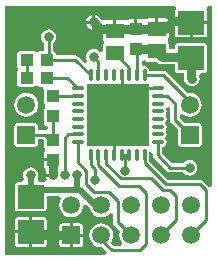
<source format=gbr>
%FSDAX24Y24*%
%MOIN*%
%SFA1B1*%

%IPPOS*%
%ADD10R,0.043300X0.039400*%
%ADD11O,0.041300X0.011800*%
%ADD12O,0.011800X0.041300*%
%ADD13R,0.208700X0.208700*%
%ADD14R,0.086600X0.078700*%
%ADD15R,0.059100X0.051200*%
%ADD16R,0.039400X0.043300*%
%ADD17C,0.030000*%
%ADD18C,0.010000*%
%ADD19C,0.020000*%
%ADD20R,0.059100X0.059100*%
%ADD21C,0.059100*%
%ADD22R,0.059100X0.059100*%
%ADD23C,0.031500*%
%ADD24C,0.026000*%
%LNde-120418_copper_signal_top-1*%
%LPD*%
G36*
X040650Y019351D02*
X040584Y019320D01*
X040550Y019316*
X040358Y019508*
X040309Y019541*
X040250Y019553*
X039163*
X038549Y020168*
Y020177*
X038558Y020224*
Y020461*
X038576Y020472*
X038676Y020414*
Y020371*
X038687Y020313*
X038721Y020263*
X039142Y019842*
X039191Y019809*
X039250Y019797*
X039693*
X039716Y019766*
X039770Y019725*
X039833Y019699*
X039900Y019690*
X039967Y019699*
X040030Y019725*
X040084Y019766*
X040125Y019820*
X040151Y019883*
X040160Y019950*
X040151Y020017*
X040125Y020080*
X040084Y020134*
X040030Y020175*
X039967Y020201*
X039900Y020210*
X039833Y020201*
X039770Y020175*
X039716Y020134*
X039693Y020103*
X039313*
X038982Y020435*
Y020643*
X039038Y020654*
X039091Y020690*
X039126Y020742*
X039139Y020804*
X039126Y020866*
X039091Y020919*
Y020946*
X039126Y020998*
X039139Y021060*
X039126Y021122*
X039097Y021188*
X039126Y021254*
X039139Y021316*
X039126Y021378*
X039091Y021431*
Y021457*
X039126Y021510*
X039139Y021572*
X039126Y021634*
X039097Y021700*
X039126Y021766*
X039139Y021828*
X039126Y021890*
X039098Y021933*
X039100Y021938*
X039221Y021970*
X039247Y021950*
Y021550*
X039259Y021491*
X039292Y021442*
X039503Y021231*
Y020755*
X039511Y020716*
X039533Y020683*
X039566Y020661*
X039605Y020653*
X040195*
X040234Y020661*
X040267Y020683*
X040289Y020716*
X040297Y020755*
Y021345*
X040289Y021384*
X040267Y021417*
X040234Y021439*
X040195Y021447*
X039719*
X039562Y021604*
X039572Y021697*
X039660Y021736*
X039701Y021705*
X039797Y021665*
X039900Y021651*
X040003Y021665*
X040099Y021705*
X040182Y021768*
X040245Y021851*
X040285Y021947*
X040299Y022050*
X040285Y022153*
X040245Y022249*
X040182Y022332*
X040099Y022395*
X040003Y022435*
X039900Y022449*
X039827Y022439*
X039129Y023137*
X039080Y023170*
X039021Y023182*
X038557*
X038545Y023238*
X038510Y023291*
X038458Y023326*
X038396Y023339*
X038393Y023338*
X038308Y023399*
X038298Y023504*
X038305Y023513*
X038312Y023516*
X038411Y023531*
X038433Y023498*
X038466Y023476*
X038505Y023468*
X038798*
X038878Y023414*
X038976Y023395*
X039415*
Y023216*
X039423Y023177*
X039445Y023144*
X039478Y023122*
X039517Y023114*
X039695*
Y022950*
X039715Y022852*
X039746Y022806*
X039750Y022795*
X039791Y022741*
X039845Y022700*
X039908Y022674*
X039975Y022665*
X040042Y022674*
X040105Y022700*
X040159Y022741*
X040200Y022795*
X040226Y022858*
X040235Y022925*
X040226Y022992*
X040217Y023014*
X040265Y023114*
X040383*
X040422Y023122*
X040455Y023144*
X040477Y023177*
X040485Y023216*
Y024003*
X040477Y024042*
X040455Y024075*
X040422Y024097*
X040383Y024105*
X039517*
X039478Y024097*
X039445Y024075*
X039423Y024042*
X039415Y024003*
Y023905*
X039197*
Y024082*
X039189Y024121*
X039178Y024138*
X039167Y024159*
Y024241*
X039178Y024262*
X039189Y024279*
X039197Y024318*
Y024524*
X038800*
Y024574*
X038750*
Y024932*
X038505*
X038466Y024924*
X038452Y024915*
X038424Y024901*
X038378Y024896*
X038336Y024895*
X038319Y024899*
X038297Y024903*
X038150*
Y024585*
X038050*
Y024903*
X037903*
X037864Y024895*
X037854Y024889*
X037817Y024873*
X037773*
X037734Y024874*
X037722Y024877*
X037695Y024882*
X037450*
Y024524*
X037400*
Y024474*
X037003*
Y024268*
X037011Y024229*
X037022Y024212*
X037033Y024191*
Y024109*
X037022Y024088*
X037011Y024071*
X037003Y024032*
Y023843*
X036903Y023809*
X036884Y023834*
X036830Y023875*
X036767Y023901*
X036700Y023910*
X036633Y023901*
X036570Y023875*
X036516Y023834*
X036475Y023780*
X036449Y023717*
X036440Y023650*
X036449Y023583*
X036475Y023520*
X036490Y023501*
X036414Y023435*
X036191Y023658*
X036142Y023691*
X036083Y023703*
X035453*
Y023747*
X035445Y023786*
X035423Y023819*
X035390Y023841*
X035353Y023848*
Y024093*
X035384Y024116*
X035425Y024170*
X035451Y024233*
X035460Y024300*
X035451Y024367*
X035425Y024430*
X035384Y024484*
X035330Y024525*
X035267Y024551*
X035200Y024560*
X035133Y024551*
X035070Y024525*
X035016Y024484*
X034975Y024430*
X034949Y024367*
X034940Y024300*
X034949Y024233*
X034975Y024170*
X035016Y024116*
X035047Y024093*
Y023849*
X034918*
X034879Y023841*
X034862Y023829*
X034841Y023819*
X034759*
X034738Y023829*
X034721Y023841*
X034682Y023849*
X034249*
X034210Y023841*
X034177Y023819*
X034155Y023786*
X034147Y023747*
Y023353*
X034155Y023314*
X034177Y023281*
Y023219*
X034168Y023205*
X034155Y023186*
X034147Y023147*
Y022753*
X034155Y022714*
X034177Y022681*
X034210Y022659*
X034249Y022651*
X034682*
X034721Y022659*
X034738Y022671*
X034759Y022681*
X034841*
X034862Y022671*
X034879Y022659*
X034918Y022651*
X034979*
X034997Y022638*
X035051Y022551*
Y022118*
X035059Y022079*
X035072Y022059*
X035081Y022042*
Y021958*
X035072Y021941*
X035059Y021921*
X035051Y021882*
Y021449*
X035059Y021410*
X035081Y021377*
X035114Y021355*
X035153Y021347*
X035187Y021311*
X035183Y021247*
X035098Y021200*
X035085Y021203*
X034847*
Y021345*
X034839Y021384*
X034817Y021417*
X034784Y021439*
X034745Y021447*
X034155*
X034116Y021439*
X034083Y021417*
X034061Y021384*
X034053Y021345*
Y020755*
X034061Y020716*
X034083Y020683*
X034116Y020661*
X034155Y020653*
X034745*
X034784Y020661*
X034817Y020683*
X034839Y020716*
X034847Y020755*
Y020897*
X035021*
X035051Y020867*
Y020668*
X035059Y020629*
X035072Y020609*
X035081Y020592*
Y020508*
X035072Y020491*
X035059Y020471*
X035051Y020432*
Y020265*
X035350*
Y020165*
X035051*
Y019999*
X035059Y019960*
X035081Y019927*
X035114Y019854*
Y019803*
X035099Y019767*
X035097Y019750*
X035350*
Y019650*
X035097*
X035099Y019633*
X035125Y019570*
X035133Y019560*
X035076Y019484*
X035069Y019479*
X035033Y019486*
X034887*
X034854Y019531*
X034832Y019586*
X034851Y019633*
X034860Y019700*
X034851Y019767*
X034825Y019830*
X034784Y019884*
X034730Y019925*
X034667Y019951*
X034600Y019960*
X034533Y019951*
X034470Y019925*
X034416Y019884*
X034375Y019830*
X034349Y019767*
X034340Y019700*
X034349Y019633*
X034368Y019586*
X034346Y019531*
X034313Y019486*
X034167*
X034128Y019478*
X034095Y019456*
X034073Y019423*
X034065Y019384*
Y018597*
X034073Y018558*
X034095Y018525*
X034128Y018503*
X034167Y018495*
X035033*
X035072Y018503*
X035105Y018525*
X035127Y018558*
X035135Y018597*
Y018996*
X035553*
X035605Y018899*
X035565Y018803*
X035551Y018700*
X035565Y018597*
X035605Y018501*
X035668Y018418*
X035751Y018355*
X035847Y018315*
X035950Y018301*
X036053Y018315*
X036149Y018355*
X036232Y018418*
X036295Y018501*
X036335Y018597*
X036345Y018675*
X036409Y018709*
X036448Y018714*
X036565Y018597*
X036605Y018501*
X036668Y018418*
X036751Y018355*
X036847Y018315*
X036950Y018301*
X037053Y018315*
X037149Y018355*
X037232Y018418*
X037247Y018438*
X037347Y018404*
Y018150*
X037359Y018091*
X037392Y018042*
X037584Y017850*
X037565Y017803*
X037551Y017700*
X037565Y017597*
X037605Y017501*
X037641Y017453*
X037596Y017353*
X037363*
X037261Y017456*
X037295Y017501*
X037335Y017597*
X037349Y017700*
X037335Y017803*
X037295Y017899*
X037232Y017982*
X037149Y018045*
X037053Y018085*
X036950Y018099*
X036847Y018085*
X036751Y018045*
X036668Y017982*
X036605Y017899*
X036565Y017803*
X036551Y017700*
X036565Y017597*
X036605Y017501*
X036668Y017418*
X036751Y017355*
X036847Y017315*
X036950Y017301*
X036979Y017305*
X037134Y017150*
X037092Y017050*
X033750*
Y025350*
X039405*
X039433Y025284*
X039441Y025250*
X039423Y025223*
X039415Y025184*
Y024841*
X039950*
X040485*
Y025184*
X040477Y025223*
X040459Y025250*
X040467Y025284*
X040495Y025350*
X040650*
Y019351*
G37*
%LNde-120418_copper_signal_top-2*%
%LPC*%
G36*
X036650Y025053D02*
X036633Y025051D01*
X036570Y025025*
X036516Y024984*
X036475Y024930*
X036449Y024867*
X036447Y024850*
X036650*
Y025053*
G37*
G36*
X039095Y024932D02*
X038850D01*
Y024624*
X039197*
Y024830*
X039189Y024869*
X039167Y024902*
X039134Y024924*
X039095Y024932*
G37*
G36*
X036750Y025053D02*
Y024800D01*
Y024547*
X036767Y024549*
X036830Y024575*
X036884Y024616*
X036903Y024641*
X037003Y024607*
Y024574*
X037350*
Y024882*
X037105*
X037066Y024874*
X037052Y024865*
X037018Y024866*
X036980Y024875*
X036940Y024893*
X036925Y024930*
X036884Y024984*
X036830Y025025*
X036767Y025051*
X036750Y025053*
G37*
G36*
X036650Y024750D02*
X036447D01*
X036449Y024733*
X036475Y024670*
X036516Y024616*
X036570Y024575*
X036633Y024549*
X036650Y024547*
Y024750*
G37*
G36*
X040485Y024741D02*
X040000D01*
Y024295*
X040383*
X040422Y024303*
X040455Y024325*
X040477Y024358*
X040485Y024397*
Y024741*
G37*
G36*
X039900D02*
X039415D01*
Y024397*
X039423Y024358*
X039445Y024325*
X039478Y024303*
X039517Y024295*
X039900*
Y024741*
G37*
G36*
X034450Y022449D02*
X034347Y022435D01*
X034251Y022395*
X034168Y022332*
X034105Y022249*
X034065Y022153*
X034051Y022050*
X034065Y021947*
X034105Y021851*
X034168Y021768*
X034251Y021705*
X034347Y021665*
X034450Y021651*
X034553Y021665*
X034649Y021705*
X034732Y021768*
X034795Y021851*
X034835Y021947*
X034849Y022050*
X034835Y022153*
X034795Y022249*
X034732Y022332*
X034649Y022395*
X034553Y022435*
X034450Y022449*
G37*
G36*
X035033Y018305D02*
X034650D01*
Y017859*
X035135*
Y018203*
X035127Y018242*
X035105Y018275*
X035072Y018297*
X035033Y018305*
G37*
G36*
X034550D02*
X034167D01*
X034128Y018297*
X034095Y018275*
X034073Y018242*
X034065Y018203*
Y017859*
X034550*
Y018305*
G37*
G36*
X036245Y018097D02*
X036000D01*
Y017750*
X036347*
Y017995*
X036339Y018034*
X036317Y018067*
X036284Y018089*
X036245Y018097*
G37*
G36*
X035900D02*
X035655D01*
X035616Y018089*
X035583Y018067*
X035561Y018034*
X035553Y017995*
Y017750*
X035900*
Y018097*
G37*
G36*
X035135Y017759D02*
X034650D01*
Y017314*
X035033*
X035072Y017322*
X035105Y017344*
X035127Y017377*
X035135Y017416*
Y017759*
G37*
G36*
X034550D02*
X034065D01*
Y017416*
X034073Y017377*
X034095Y017344*
X034128Y017322*
X034167Y017314*
X034550*
Y017759*
G37*
G36*
X036347Y017650D02*
X036000D01*
Y017303*
X036245*
X036284Y017311*
X036317Y017333*
X036339Y017366*
X036347Y017405*
Y017650*
G37*
G36*
X035900D02*
X035553D01*
Y017405*
X035561Y017366*
X035583Y017333*
X035616Y017311*
X035655Y017303*
X035900*
Y017650*
G37*
%LNde-120418_copper_signal_top-3*%
%LPD*%
G54D10*
X035135Y023550D03*
X034465D03*
X035135Y022950D03*
X034465D03*
G54D11*
X036171Y022596D03*
Y022340D03*
Y022084D03*
Y021828D03*
Y021572D03*
Y021316D03*
Y021060D03*
Y020804D03*
X038829D03*
Y021060D03*
Y021316D03*
Y021572D03*
Y021828D03*
Y022084D03*
Y022340D03*
Y022596D03*
G54D12*
X036604Y020371D03*
X036860D03*
X037116D03*
X037372D03*
X037628D03*
X037884D03*
X038140D03*
X038396D03*
Y023029D03*
X038140D03*
X037884D03*
X037628D03*
X037372D03*
X037116D03*
X036860D03*
X036604D03*
G54D13*
X037500Y021700D03*
G54D14*
X039950Y024791D03*
Y023609D03*
X034600Y017809D03*
Y018991D03*
G54D15*
X038800Y023826D03*
Y024574D03*
X037400Y023776D03*
Y024524D03*
G54D16*
X038100Y023915D03*
Y024585D03*
X035350Y020215D03*
Y020885D03*
Y022335D03*
Y021665D03*
G54D17*
X034709Y017700D02*
X035950D01*
X034600Y017809D02*
X034709Y017700D01*
X036926Y024574D02*
X038800D01*
X039950Y022950D02*
Y023600D01*
Y022950D02*
X039975Y022925D01*
X039900Y023650D02*
X039950Y023600D01*
Y023659*
X038800Y024574D02*
X039074D01*
X039341Y024841D02*
X039950D01*
X039074Y024574D02*
X039341Y024841D01*
X036700Y024800D02*
X036926Y024574D01*
X038976Y023650D02*
X039900D01*
X038800Y023826D02*
X038976Y023650D01*
X035350Y019700D02*
Y020215D01*
X038711Y023915D02*
X038800Y023826D01*
X038100Y023915D02*
X038711D01*
G54D18*
X036450Y019400D02*
Y019850D01*
X036171Y020129D02*
X036450Y019850D01*
X036171Y020129D02*
Y020804D01*
X036750Y019550D02*
Y019900D01*
X036604Y020046D02*
X036750Y019900D01*
X036604Y020046D02*
Y020371D01*
X037600Y019600D02*
X038600D01*
X037116Y020084D02*
Y020371D01*
Y020084D02*
X037600Y019600D01*
X037550Y019350D02*
X038200D01*
X036860Y020040D02*
X037550Y019350D01*
X036860Y020040D02*
Y020371D01*
X036450Y019400D02*
X036700Y019150D01*
X037500Y018150D02*
X037950Y017700D01*
X037500Y018150D02*
Y018850D01*
X037200Y019150D02*
X037500Y018850D01*
X036700Y019150D02*
X037200D01*
X035750Y019700D02*
Y020950D01*
Y019650D02*
Y019700D01*
X036600Y020367D02*
X036604Y020371D01*
X036950Y017550D02*
X037300Y017200D01*
X038250*
X038450Y017400*
Y019100*
X038200Y019350D02*
X038450Y019100D01*
X039000Y019200D02*
X039250D01*
X038600Y019600D02*
X039000Y019200D01*
X039450Y018200D02*
Y019000D01*
X039250Y019200D02*
X039450Y019000D01*
X038950Y017700D02*
X039450Y018200D01*
X039950Y017700D02*
X040450Y018200D01*
Y019200*
X040250Y019400D02*
X040450Y019200D01*
X039100Y019400D02*
X040250D01*
X038396Y020104D02*
X039100Y019400D01*
X039250Y019950D02*
X039900D01*
X038829Y020371D02*
X039250Y019950D01*
X038950Y018550D02*
Y018700D01*
X039950Y017700D02*
Y017900D01*
X037750Y019850D02*
Y020365D01*
X037500Y021700D02*
X038396Y022596D01*
X037372Y020371D02*
Y021572D01*
X037500Y021700*
X037628Y021936D02*
Y023029D01*
X038396Y022596D02*
X038829D01*
X037400Y023776D02*
X037884Y023292D01*
Y023029D02*
Y023292D01*
X038396Y020104D02*
Y020371D01*
X038829D02*
Y020804D01*
X037756Y020371D02*
X037884D01*
X037628D02*
X037756D01*
X037750Y020365D02*
X037756Y020371D01*
X039400Y021550D02*
X039900Y021050D01*
X039400Y021550D02*
Y022100D01*
X039160Y022340D02*
X039400Y022100D01*
X038829Y022340D02*
X039160D01*
X039900Y022050D02*
Y022150D01*
X039021Y023029D02*
X039900Y022150D01*
X038396Y023029D02*
X039021D01*
X038100Y023915D02*
X038140Y023876D01*
Y023029D02*
Y023876D01*
X034465Y022950D02*
Y023500D01*
X035085Y021050D02*
X035350Y020785D01*
X034450Y021050D02*
X035085D01*
X035350Y020785D02*
Y021665D01*
X035355Y022340D02*
X036171D01*
X035135Y022950D02*
X035817D01*
X036171Y022596*
X036083Y023550D02*
X036604Y023029D01*
X035085Y023550D02*
X036083D01*
X035200Y023665D02*
Y024300D01*
X035085Y023550D02*
X035200Y023665D01*
X036700Y023650D02*
X036860Y023490D01*
Y023029D02*
Y023490D01*
X035750Y020950D02*
X035860Y021060D01*
X036171*
G54D19*
X036750Y018700D02*
X036950D01*
X036250Y019200D02*
X036750Y018700D01*
X036150Y019200D02*
X036250D01*
X034600D02*
X036150D01*
Y019700*
X034600Y019200D02*
Y019700D01*
G54D20*
X034450Y021050D03*
X039900D03*
G54D21*
X034450Y022050D03*
X039950Y018700D03*
Y017700D03*
X038950Y018700D03*
Y017700D03*
X037950Y018700D03*
Y017700D03*
X036950Y018700D03*
Y017700D03*
X035950Y018700D03*
X039900Y022050D03*
G54D22*
X035950Y017700D03*
G54D23*
X036750Y019550D03*
X036150Y019700D03*
X035750D03*
X039900Y019950D03*
X039975Y022925D03*
X037750Y019850D03*
X036700Y024800D03*
X035350Y019700D03*
X034600D03*
X035200Y024300D03*
X036700Y023650D03*
G54D24*
X036791Y022409D03*
X037264D03*
X037736D03*
X038209D03*
X036791Y021936D03*
X037264D03*
X037736D03*
X038209D03*
X036791Y021464D03*
X037264D03*
X037736D03*
X038209D03*
X036791Y020991D03*
X037264D03*
X037736D03*
X038209D03*
M02*
</source>
